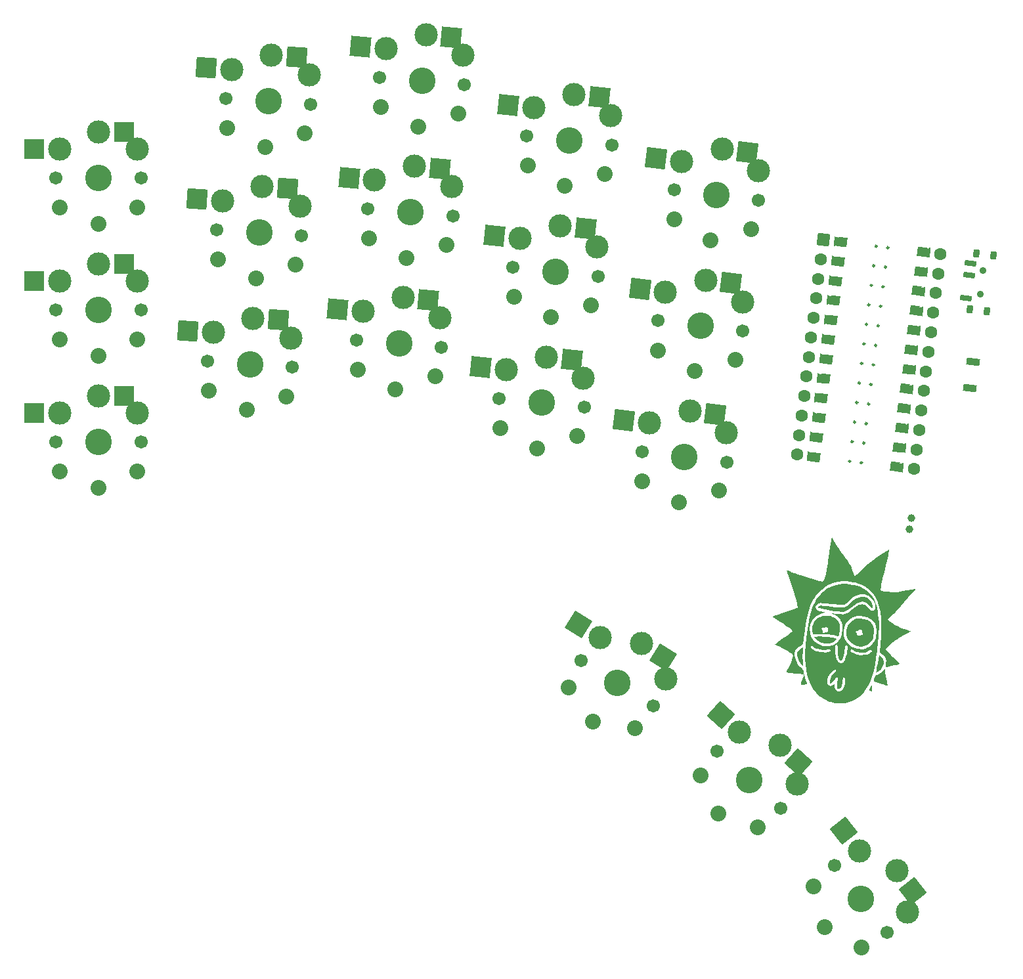
<source format=gbr>
%TF.GenerationSoftware,KiCad,Pcbnew,(6.0.10)*%
%TF.CreationDate,2022-12-29T01:24:58+02:00*%
%TF.ProjectId,fudim,66756469-6d2e-46b6-9963-61645f706362,v1.0.0*%
%TF.SameCoordinates,Original*%
%TF.FileFunction,Soldermask,Top*%
%TF.FilePolarity,Negative*%
%FSLAX46Y46*%
G04 Gerber Fmt 4.6, Leading zero omitted, Abs format (unit mm)*
G04 Created by KiCad (PCBNEW (6.0.10)) date 2022-12-29 01:24:58*
%MOMM*%
%LPD*%
G01*
G04 APERTURE LIST*
G04 Aperture macros list*
%AMRotRect*
0 Rectangle, with rotation*
0 The origin of the aperture is its center*
0 $1 length*
0 $2 width*
0 $3 Rotation angle, in degrees counterclockwise*
0 Add horizontal line*
21,1,$1,$2,0,0,$3*%
%AMFreePoly0*
4,1,6,0.600000,0.200000,0.000000,-0.400000,-0.600000,0.200000,-0.600000,0.400000,0.600000,0.400000,0.600000,0.200000,0.600000,0.200000,$1*%
%AMFreePoly1*
4,1,6,0.600000,-0.250000,-0.600000,-0.250000,-0.600000,1.000000,0.000000,0.400000,0.600000,1.000000,0.600000,-0.250000,0.600000,-0.250000,$1*%
G04 Aperture macros list end*
%ADD10C,0.250000*%
%ADD11C,0.100000*%
%ADD12C,1.000000*%
%ADD13C,1.701800*%
%ADD14C,3.429000*%
%ADD15C,3.000000*%
%ADD16RotRect,2.600000X2.600000X318.000000*%
%ADD17C,2.032000*%
%ADD18RotRect,2.600000X2.600000X308.000000*%
%ADD19FreePoly0,83.000000*%
%ADD20FreePoly0,263.000000*%
%ADD21C,1.600000*%
%ADD22RotRect,1.600000X1.600000X263.000000*%
%ADD23FreePoly1,263.000000*%
%ADD24FreePoly1,83.000000*%
%ADD25RotRect,2.600000X2.600000X353.000000*%
%ADD26RotRect,2.600000X2.600000X354.000000*%
%ADD27RotRect,0.900000X1.700000X263.000000*%
%ADD28R,2.600000X2.600000*%
%ADD29RotRect,2.600000X2.600000X356.000000*%
%ADD30RotRect,2.600000X2.600000X355.000000*%
%ADD31RotRect,1.000000X0.800000X83.000000*%
%ADD32C,0.900000*%
%ADD33RotRect,0.700000X1.500000X83.000000*%
%ADD34RotRect,2.600000X2.600000X328.000000*%
G04 APERTURE END LIST*
D10*
%TO.C,MCU1*%
X117094608Y2356119D02*
G75*
G03*
X117094608Y2356119I-125000J0D01*
G01*
X115581967Y2541848D02*
G75*
G03*
X115581967Y2541848I-125000J0D01*
G01*
X118332800Y12440388D02*
G75*
G03*
X118332800Y12440388I-125000J0D01*
G01*
X117748805Y20189319D02*
G75*
G03*
X117748805Y20189319I-125001J0D01*
G01*
X115891516Y5062915D02*
G75*
G03*
X115891516Y5062915I-125000J0D01*
G01*
X115272419Y20781D02*
G75*
G03*
X115272419Y20781I-125000J0D01*
G01*
X116475511Y-2686015D02*
G75*
G03*
X116475511Y-2686015I-125000J0D01*
G01*
X119261445Y20003590D02*
G75*
G03*
X119261445Y20003590I-125000J0D01*
G01*
X118023252Y9919321D02*
G75*
G03*
X118023252Y9919321I-125000J0D01*
G01*
X116820160Y12626117D02*
G75*
G03*
X116820160Y12626117I-125000J0D01*
G01*
X117713705Y7398254D02*
G75*
G03*
X117713705Y7398254I-125001J0D01*
G01*
X118058352Y22710386D02*
G75*
G03*
X118058352Y22710386I-125000J0D01*
G01*
X118367901Y25231453D02*
G75*
G03*
X118367901Y25231453I-125000J0D01*
G01*
X114962872Y-2500286D02*
G75*
G03*
X114962872Y-2500286I-125001J0D01*
G01*
X117129708Y15147184D02*
G75*
G03*
X117129708Y15147184I-125000J0D01*
G01*
X116201065Y7583983D02*
G75*
G03*
X116201065Y7583983I-125001J0D01*
G01*
X119570993Y22524657D02*
G75*
G03*
X119570993Y22524657I-125000J0D01*
G01*
X119880541Y25045724D02*
G75*
G03*
X119880541Y25045724I-125000J0D01*
G01*
X116785060Y-164948D02*
G75*
G03*
X116785060Y-164948I-125000J0D01*
G01*
X116510612Y10105050D02*
G75*
G03*
X116510612Y10105050I-125000J0D01*
G01*
X118951897Y17482523D02*
G75*
G03*
X118951897Y17482523I-125001J0D01*
G01*
X117404156Y4877186D02*
G75*
G03*
X117404156Y4877186I-125000J0D01*
G01*
X117439257Y17668252D02*
G75*
G03*
X117439257Y17668252I-125001J0D01*
G01*
X118642348Y14961455D02*
G75*
G03*
X118642348Y14961455I-125000J0D01*
G01*
G36*
X112780803Y16177630D02*
G01*
X112656984Y15169203D01*
X111648557Y15293022D01*
X111772376Y16301449D01*
X112780803Y16177630D01*
G37*
D11*
X112780803Y16177630D02*
X112656984Y15169203D01*
X111648557Y15293022D01*
X111772376Y16301449D01*
X112780803Y16177630D01*
G36*
X114018996Y26261898D02*
G01*
X113895177Y25253472D01*
X112886750Y25377291D01*
X113010569Y26385718D01*
X114018996Y26261898D01*
G37*
X114018996Y26261898D02*
X113895177Y25253472D01*
X112886750Y25377291D01*
X113010569Y26385718D01*
X114018996Y26261898D01*
G36*
X122016210Y-310786D02*
G01*
X121892391Y-1319212D01*
X120883964Y-1195393D01*
X121007783Y-186966D01*
X122016210Y-310786D01*
G37*
X122016210Y-310786D02*
X121892391Y-1319212D01*
X120883964Y-1195393D01*
X121007783Y-186966D01*
X122016210Y-310786D01*
G36*
X123873499Y14815618D02*
G01*
X123749680Y13807191D01*
X122741253Y13931010D01*
X122865072Y14939437D01*
X123873499Y14815618D01*
G37*
X123873499Y14815618D02*
X123749680Y13807191D01*
X122741253Y13931010D01*
X122865072Y14939437D01*
X123873499Y14815618D01*
G36*
X111233063Y3572293D02*
G01*
X111109243Y2563867D01*
X110100817Y2687686D01*
X110224636Y3696113D01*
X111233063Y3572293D01*
G37*
X111233063Y3572293D02*
X111109243Y2563867D01*
X110100817Y2687686D01*
X110224636Y3696113D01*
X111233063Y3572293D01*
G36*
X124183047Y17336685D02*
G01*
X124059228Y16328258D01*
X123050801Y16452077D01*
X123174620Y17460504D01*
X124183047Y17336685D01*
G37*
X124183047Y17336685D02*
X124059228Y16328258D01*
X123050801Y16452077D01*
X123174620Y17460504D01*
X124183047Y17336685D01*
G36*
X112471255Y13656562D02*
G01*
X112347436Y12648135D01*
X111339009Y12771955D01*
X111462828Y13780382D01*
X112471255Y13656562D01*
G37*
X112471255Y13656562D02*
X112347436Y12648135D01*
X111339009Y12771955D01*
X111462828Y13780382D01*
X112471255Y13656562D01*
G36*
X122635307Y4731349D02*
G01*
X122511487Y3722922D01*
X121503060Y3846741D01*
X121626880Y4855168D01*
X122635307Y4731349D01*
G37*
X122635307Y4731349D02*
X122511487Y3722922D01*
X121503060Y3846741D01*
X121626880Y4855168D01*
X122635307Y4731349D01*
G36*
X122944855Y7252416D02*
G01*
X122821036Y6243989D01*
X121812609Y6367808D01*
X121936428Y7376235D01*
X122944855Y7252416D01*
G37*
X122944855Y7252416D02*
X122821036Y6243989D01*
X121812609Y6367808D01*
X121936428Y7376235D01*
X122944855Y7252416D01*
G36*
X124492595Y19857752D02*
G01*
X124368776Y18849325D01*
X123360349Y18973145D01*
X123484169Y19981571D01*
X124492595Y19857752D01*
G37*
X124492595Y19857752D02*
X124368776Y18849325D01*
X123360349Y18973145D01*
X123484169Y19981571D01*
X124492595Y19857752D01*
G36*
X110613966Y-1469841D02*
G01*
X110490147Y-2478268D01*
X109481720Y-2354449D01*
X109605540Y-1346022D01*
X110613966Y-1469841D01*
G37*
X110613966Y-1469841D02*
X110490147Y-2478268D01*
X109481720Y-2354449D01*
X109605540Y-1346022D01*
X110613966Y-1469841D01*
G36*
X113399900Y21219764D02*
G01*
X113276080Y20211337D01*
X112267653Y20335156D01*
X112391473Y21343583D01*
X113399900Y21219764D01*
G37*
X113399900Y21219764D02*
X113276080Y20211337D01*
X112267653Y20335156D01*
X112391473Y21343583D01*
X113399900Y21219764D01*
G36*
X123563951Y12294551D02*
G01*
X123440132Y11286124D01*
X122431705Y11409943D01*
X122555524Y12418370D01*
X123563951Y12294551D01*
G37*
X123563951Y12294551D02*
X123440132Y11286124D01*
X122431705Y11409943D01*
X122555524Y12418370D01*
X123563951Y12294551D01*
G36*
X112161707Y11135495D02*
G01*
X112037888Y10127068D01*
X111029461Y10250887D01*
X111153280Y11259314D01*
X112161707Y11135495D01*
G37*
X112161707Y11135495D02*
X112037888Y10127068D01*
X111029461Y10250887D01*
X111153280Y11259314D01*
X112161707Y11135495D01*
G36*
X113090352Y18698697D02*
G01*
X112966532Y17690270D01*
X111958105Y17814089D01*
X112081925Y18822516D01*
X113090352Y18698697D01*
G37*
X113090352Y18698697D02*
X112966532Y17690270D01*
X111958105Y17814089D01*
X112081925Y18822516D01*
X113090352Y18698697D01*
G36*
X113709448Y23740831D02*
G01*
X113585629Y22732404D01*
X112577202Y22856224D01*
X112701021Y23864650D01*
X113709448Y23740831D01*
G37*
X113709448Y23740831D02*
X113585629Y22732404D01*
X112577202Y22856224D01*
X112701021Y23864650D01*
X113709448Y23740831D01*
G36*
X110923515Y1051226D02*
G01*
X110799695Y42799D01*
X109791268Y166619D01*
X109915088Y1175045D01*
X110923515Y1051226D01*
G37*
X110923515Y1051226D02*
X110799695Y42799D01*
X109791268Y166619D01*
X109915088Y1175045D01*
X110923515Y1051226D01*
G36*
X125111692Y24899887D02*
G01*
X124987872Y23891460D01*
X123979446Y24015279D01*
X124103265Y25023706D01*
X125111692Y24899887D01*
G37*
X125111692Y24899887D02*
X124987872Y23891460D01*
X123979446Y24015279D01*
X124103265Y25023706D01*
X125111692Y24899887D01*
G36*
X124802144Y22378819D02*
G01*
X124678324Y21370393D01*
X123669897Y21494212D01*
X123793717Y22502639D01*
X124802144Y22378819D01*
G37*
X124802144Y22378819D02*
X124678324Y21370393D01*
X123669897Y21494212D01*
X123793717Y22502639D01*
X124802144Y22378819D01*
G36*
X111852159Y8614428D02*
G01*
X111728340Y7606001D01*
X110719913Y7729820D01*
X110843732Y8738247D01*
X111852159Y8614428D01*
G37*
X111852159Y8614428D02*
X111728340Y7606001D01*
X110719913Y7729820D01*
X110843732Y8738247D01*
X111852159Y8614428D01*
G36*
X122325759Y2210282D02*
G01*
X122201939Y1201855D01*
X121193512Y1325674D01*
X121317332Y2334101D01*
X122325759Y2210282D01*
G37*
X122325759Y2210282D02*
X122201939Y1201855D01*
X121193512Y1325674D01*
X121317332Y2334101D01*
X122325759Y2210282D01*
G36*
X121706662Y-2831853D02*
G01*
X121582843Y-3840280D01*
X120574416Y-3716460D01*
X120698235Y-2708034D01*
X121706662Y-2831853D01*
G37*
X121706662Y-2831853D02*
X121582843Y-3840280D01*
X120574416Y-3716460D01*
X120698235Y-2708034D01*
X121706662Y-2831853D01*
G36*
X123254403Y9773483D02*
G01*
X123130584Y8765056D01*
X122122157Y8888876D01*
X122245976Y9897303D01*
X123254403Y9773483D01*
G37*
X123254403Y9773483D02*
X123130584Y8765056D01*
X122122157Y8888876D01*
X122245976Y9897303D01*
X123254403Y9773483D01*
G36*
X111542611Y6093361D02*
G01*
X111418792Y5084934D01*
X110410365Y5208753D01*
X110534184Y6217180D01*
X111542611Y6093361D01*
G37*
X111542611Y6093361D02*
X111418792Y5084934D01*
X110410365Y5208753D01*
X110534184Y6217180D01*
X111542611Y6093361D01*
%TO.C,*%
G36*
X108818143Y-26596330D02*
G01*
X108819376Y-26734054D01*
X108809200Y-26904954D01*
X108795420Y-27159335D01*
X108788448Y-27491698D01*
X108788269Y-27864772D01*
X108794869Y-28241286D01*
X108808231Y-28583969D01*
X108809912Y-28614476D01*
X108807705Y-28763647D01*
X108785643Y-28849171D01*
X108771916Y-28857430D01*
X108710060Y-28813503D01*
X108603085Y-28704327D01*
X108502529Y-28587584D01*
X108281668Y-28251467D01*
X108133611Y-27884290D01*
X108070461Y-27520446D01*
X108072982Y-27366813D01*
X108095668Y-27178234D01*
X108125081Y-27029455D01*
X108141037Y-26982154D01*
X108205936Y-26914341D01*
X108334646Y-26815012D01*
X108493421Y-26706552D01*
X108648514Y-26611336D01*
X108766179Y-26551745D01*
X108804223Y-26542345D01*
X108818143Y-26596330D01*
G37*
G36*
X117709126Y-31377768D02*
G01*
X117720764Y-31484280D01*
X117724115Y-31647747D01*
X117720436Y-31833624D01*
X117710982Y-32007366D01*
X117697010Y-32134428D01*
X117679952Y-32180320D01*
X117610271Y-32150506D01*
X117495385Y-32095039D01*
X117403111Y-32041366D01*
X117363014Y-31981217D01*
X117376484Y-31889069D01*
X117444911Y-31739401D01*
X117522729Y-31593251D01*
X117618641Y-31434370D01*
X117684245Y-31364060D01*
X117709126Y-31377768D01*
G37*
G36*
X118740250Y-27559126D02*
G01*
X118845144Y-27641057D01*
X118968181Y-27762528D01*
X119083453Y-27897387D01*
X119165048Y-28019486D01*
X119177380Y-28045505D01*
X119239705Y-28334984D01*
X119213646Y-28654793D01*
X119110628Y-28977221D01*
X118942072Y-29274559D01*
X118719401Y-29519097D01*
X118513290Y-29656459D01*
X118350601Y-29728161D01*
X118269857Y-29730166D01*
X118254964Y-29653755D01*
X118279746Y-29529901D01*
X118308835Y-29398549D01*
X118353536Y-29179699D01*
X118408674Y-28899416D01*
X118469077Y-28583769D01*
X118496433Y-28438021D01*
X118553928Y-28134998D01*
X118605115Y-27875043D01*
X118645950Y-27677948D01*
X118672384Y-27563507D01*
X118679407Y-27542887D01*
X118740250Y-27559126D01*
G37*
G36*
X111151232Y-25111991D02*
G01*
X111542912Y-25121418D01*
X111844096Y-25139305D01*
X112156970Y-25172573D01*
X112460688Y-25217220D01*
X112734405Y-25269242D01*
X112957272Y-25324636D01*
X113108445Y-25379398D01*
X113167076Y-25429526D01*
X113167135Y-25433327D01*
X113122294Y-25499422D01*
X113011116Y-25609424D01*
X112883349Y-25718411D01*
X112533862Y-25927866D01*
X112142964Y-26033810D01*
X111723548Y-26034612D01*
X111288502Y-25928651D01*
X111270067Y-25921835D01*
X111026163Y-25811961D01*
X110786147Y-25672297D01*
X110571867Y-25519493D01*
X110405174Y-25370196D01*
X110307916Y-25241054D01*
X110292195Y-25176722D01*
X110347154Y-25143048D01*
X110506876Y-25121113D01*
X110774016Y-25110800D01*
X111151232Y-25111991D01*
G37*
G36*
X109330690Y-29949377D02*
G01*
X109222833Y-29364294D01*
X109152972Y-28686303D01*
X109121071Y-27931510D01*
X109127094Y-27116015D01*
X109165876Y-26356398D01*
X109824986Y-26356398D01*
X109825727Y-26482218D01*
X109920855Y-26624116D01*
X110093053Y-26768977D01*
X110325009Y-26903683D01*
X110599405Y-27015121D01*
X110753308Y-27059566D01*
X111064610Y-27117607D01*
X111401695Y-27149011D01*
X111725963Y-27152615D01*
X111998811Y-27127258D01*
X112113114Y-27100501D01*
X112309108Y-27010086D01*
X112402381Y-26911509D01*
X112397945Y-26825689D01*
X112300815Y-26773543D01*
X112116003Y-26775992D01*
X112039114Y-26791735D01*
X111736469Y-26830986D01*
X111386192Y-26821781D01*
X111021122Y-26770384D01*
X110674099Y-26683056D01*
X110648912Y-26673105D01*
X112967841Y-26673105D01*
X112990161Y-27198065D01*
X113053865Y-27651325D01*
X113156223Y-28022984D01*
X113294499Y-28303143D01*
X113465964Y-28481901D01*
X113467292Y-28482783D01*
X113647854Y-28574712D01*
X113802716Y-28575956D01*
X113961949Y-28497094D01*
X114109331Y-28342768D01*
X114245800Y-28086414D01*
X114366388Y-27741309D01*
X114466130Y-27320724D01*
X114517512Y-27012570D01*
X114529618Y-26922083D01*
X114969397Y-26922083D01*
X115023831Y-27040319D01*
X115192410Y-27172805D01*
X115288701Y-27228185D01*
X115772153Y-27425768D01*
X116274115Y-27510202D01*
X116786430Y-27480562D01*
X117031866Y-27426028D01*
X117270674Y-27339692D01*
X117475492Y-27228305D01*
X117624017Y-27107954D01*
X117693950Y-26994721D01*
X117693418Y-26948852D01*
X117625330Y-26861288D01*
X117494919Y-26865358D01*
X117303529Y-26957964D01*
X117057061Y-27084393D01*
X116808270Y-27154585D01*
X116520267Y-27175158D01*
X116196404Y-27156660D01*
X115925402Y-27124893D01*
X115727609Y-27082276D01*
X115560783Y-27016705D01*
X115405226Y-26929901D01*
X115229955Y-26830399D01*
X115120362Y-26790947D01*
X115048993Y-26803361D01*
X115028854Y-26817693D01*
X114969397Y-26922083D01*
X114529618Y-26922083D01*
X114534706Y-26884052D01*
X114555481Y-26728759D01*
X114573731Y-26536524D01*
X114572328Y-26413695D01*
X114551333Y-26338101D01*
X114519522Y-26295789D01*
X114429144Y-26239063D01*
X114339524Y-26273300D01*
X114285745Y-26344936D01*
X114245618Y-26486786D01*
X114214227Y-26718507D01*
X114205773Y-26808555D01*
X114158059Y-27192558D01*
X114088104Y-27539865D01*
X114001476Y-27834628D01*
X113903739Y-28061001D01*
X113800459Y-28203139D01*
X113701047Y-28245613D01*
X113595134Y-28181394D01*
X113498645Y-28019811D01*
X113416367Y-27778867D01*
X113353082Y-27476561D01*
X113313576Y-27130891D01*
X113302633Y-26759856D01*
X113302812Y-26747478D01*
X113297397Y-26441236D01*
X113267785Y-26241713D01*
X113211245Y-26142185D01*
X113125039Y-26135928D01*
X113067081Y-26167649D01*
X113014495Y-26223076D01*
X112984033Y-26316981D01*
X112970333Y-26476680D01*
X112967841Y-26673105D01*
X110648912Y-26673105D01*
X110377960Y-26566058D01*
X110177807Y-26436825D01*
X110013255Y-26321888D01*
X109889821Y-26299403D01*
X109824986Y-26356398D01*
X109165876Y-26356398D01*
X109168807Y-26298990D01*
X109171006Y-26255924D01*
X109252771Y-25367337D01*
X109342498Y-24666914D01*
X109421125Y-24157972D01*
X109700345Y-24157972D01*
X109739536Y-24658565D01*
X109880992Y-25108347D01*
X110121259Y-25502904D01*
X110456880Y-25837821D01*
X110884400Y-26108682D01*
X111381382Y-26305360D01*
X111789761Y-26372137D01*
X112227150Y-26339367D01*
X112463524Y-26271442D01*
X112631492Y-26223175D01*
X113037418Y-26002614D01*
X113383694Y-25688984D01*
X113657080Y-25294935D01*
X113707949Y-25194900D01*
X113780686Y-25027685D01*
X113830415Y-24865972D01*
X113860996Y-24692208D01*
X114076383Y-24692208D01*
X114077983Y-24886027D01*
X114105400Y-25053149D01*
X114163883Y-25237442D01*
X114205383Y-25347076D01*
X114427320Y-25767869D01*
X114732058Y-26123832D01*
X115102605Y-26407014D01*
X115521971Y-26609473D01*
X115973159Y-26723259D01*
X116439179Y-26740426D01*
X116903038Y-26653029D01*
X116958865Y-26634754D01*
X117348491Y-26440388D01*
X117694793Y-26141862D01*
X117992183Y-25744131D01*
X118023934Y-25690635D01*
X118122175Y-25511112D01*
X118188199Y-25354631D01*
X118232371Y-25184106D01*
X118265054Y-24962452D01*
X118287604Y-24747156D01*
X118307689Y-24231477D01*
X118256714Y-23799784D01*
X118130838Y-23442190D01*
X117926220Y-23148813D01*
X117639020Y-22909768D01*
X117553022Y-22856848D01*
X117121464Y-22639864D01*
X116710594Y-22509827D01*
X116280877Y-22455174D01*
X116168131Y-22451961D01*
X115928217Y-22456896D01*
X115731769Y-22485679D01*
X115530619Y-22549464D01*
X115281051Y-22657348D01*
X114874379Y-22884794D01*
X114562466Y-23155357D01*
X114335899Y-23483091D01*
X114185268Y-23882054D01*
X114101158Y-24366300D01*
X114095347Y-24427822D01*
X114076383Y-24692208D01*
X113860996Y-24692208D01*
X113863816Y-24676185D01*
X113887569Y-24424754D01*
X113888527Y-24409727D01*
X113900021Y-24229415D01*
X113914359Y-23939763D01*
X113915135Y-23730255D01*
X113898038Y-23565948D01*
X113858758Y-23411904D01*
X113792985Y-23233179D01*
X113770063Y-23176007D01*
X113665547Y-22949044D01*
X113545478Y-22769905D01*
X113387876Y-22618630D01*
X113170757Y-22475259D01*
X112872142Y-22319833D01*
X112777109Y-22274354D01*
X112443239Y-22116439D01*
X113247411Y-22197562D01*
X113660508Y-22233180D01*
X113971478Y-22245805D01*
X114191286Y-22235668D01*
X114280939Y-22219552D01*
X114439184Y-22149762D01*
X114668861Y-22006554D01*
X114958884Y-21797262D01*
X115179646Y-21625151D01*
X115527319Y-21357590D01*
X115812640Y-21165217D01*
X116053560Y-21040265D01*
X116268031Y-20974967D01*
X116474002Y-20961556D01*
X116657815Y-20985556D01*
X116805861Y-21027153D01*
X116933503Y-21098413D01*
X117071559Y-21221264D01*
X117227201Y-21390670D01*
X117399293Y-21576519D01*
X117529115Y-21687955D01*
X117642521Y-21743777D01*
X117736204Y-21760805D01*
X117914998Y-21748389D01*
X118033897Y-21664312D01*
X118104814Y-21494160D01*
X118135757Y-21277381D01*
X118109361Y-20913322D01*
X117975455Y-20562545D01*
X117741985Y-20237529D01*
X117416894Y-19950757D01*
X117205732Y-19816019D01*
X116990752Y-19709781D01*
X116790648Y-19656846D01*
X116552113Y-19639713D01*
X116243050Y-19652556D01*
X115959226Y-19711771D01*
X115679574Y-19827262D01*
X115383023Y-20008926D01*
X115048502Y-20266663D01*
X114842028Y-20443266D01*
X114583874Y-20666766D01*
X114391265Y-20823768D01*
X114245413Y-20926623D01*
X114127525Y-20987680D01*
X114018811Y-21019292D01*
X113950521Y-21029224D01*
X113820093Y-21030856D01*
X113595118Y-21020137D01*
X113295664Y-20998597D01*
X112941799Y-20967772D01*
X112553592Y-20929191D01*
X112346257Y-20906734D01*
X111913295Y-20859165D01*
X111579057Y-20824729D01*
X111327640Y-20802784D01*
X111143138Y-20792690D01*
X111009645Y-20793810D01*
X110911258Y-20805503D01*
X110832070Y-20827131D01*
X110788319Y-20844122D01*
X110567789Y-20980103D01*
X110441650Y-21151291D01*
X110412917Y-21337778D01*
X110484606Y-21519655D01*
X110659735Y-21677015D01*
X110661907Y-21678330D01*
X110807470Y-21744764D01*
X111027882Y-21820633D01*
X111284681Y-21893255D01*
X111393815Y-21919664D01*
X111928231Y-22041883D01*
X111623547Y-22060507D01*
X111320025Y-22117072D01*
X110983268Y-22240403D01*
X110651178Y-22411245D01*
X110361654Y-22610342D01*
X110166357Y-22800806D01*
X109924323Y-23171374D01*
X109773515Y-23576027D01*
X109705277Y-24039977D01*
X109700345Y-24157972D01*
X109421125Y-24157972D01*
X109442901Y-24017022D01*
X109479366Y-23780992D01*
X109621013Y-23000348D01*
X109771413Y-22314808D01*
X109934541Y-21714200D01*
X110114369Y-21188350D01*
X110314873Y-20727084D01*
X110540028Y-20320230D01*
X110793805Y-19957612D01*
X111080179Y-19629058D01*
X111403125Y-19324394D01*
X111442652Y-19290544D01*
X111703606Y-19076280D01*
X111919762Y-18920405D01*
X112128580Y-18800296D01*
X112367522Y-18693324D01*
X112545957Y-18624152D01*
X113028282Y-18465543D01*
X113482392Y-18368230D01*
X113948171Y-18327166D01*
X114465500Y-18337307D01*
X114684721Y-18353609D01*
X115423720Y-18463365D01*
X116084784Y-18658301D01*
X116667922Y-18938425D01*
X117173147Y-19303743D01*
X117600469Y-19754267D01*
X117949899Y-20290003D01*
X118221449Y-20910961D01*
X118293307Y-21132363D01*
X118372631Y-21449997D01*
X118449033Y-21853459D01*
X118518213Y-22313133D01*
X118575873Y-22799401D01*
X118617715Y-23282644D01*
X118627090Y-23432312D01*
X118630887Y-23702869D01*
X118618328Y-24086799D01*
X118589467Y-24583190D01*
X118544353Y-25191133D01*
X118490584Y-25825202D01*
X118382152Y-26902596D01*
X118256472Y-27872848D01*
X118111053Y-28743324D01*
X117943400Y-29521390D01*
X117751023Y-30214413D01*
X117531427Y-30829756D01*
X117282122Y-31374787D01*
X117000616Y-31856871D01*
X116684413Y-32283375D01*
X116331023Y-32661665D01*
X116110138Y-32860110D01*
X115600347Y-33229162D01*
X115062909Y-33493186D01*
X114475653Y-33662476D01*
X114321669Y-33690677D01*
X113893152Y-33729658D01*
X113409777Y-33722165D01*
X112916668Y-33672153D01*
X112458947Y-33583578D01*
X112192895Y-33504042D01*
X111584789Y-33226229D01*
X111033341Y-32850825D01*
X110542809Y-32383120D01*
X110117451Y-31828403D01*
X109761526Y-31191962D01*
X109658321Y-30931281D01*
X111948670Y-30931281D01*
X111980423Y-31162612D01*
X112064747Y-31340727D01*
X112196989Y-31452553D01*
X112372496Y-31485023D01*
X112586615Y-31425065D01*
X112685739Y-31369938D01*
X112890902Y-31240069D01*
X112877906Y-31388612D01*
X112898510Y-31628498D01*
X112988416Y-31860869D01*
X113128399Y-32056231D01*
X113299232Y-32185089D01*
X113419474Y-32219376D01*
X113546593Y-32193389D01*
X113707518Y-32114180D01*
X113768361Y-32073354D01*
X113978028Y-31854042D01*
X114139916Y-31549982D01*
X114242568Y-31186019D01*
X114268062Y-30989792D01*
X114271213Y-30709990D01*
X114232095Y-30507639D01*
X114154538Y-30395096D01*
X114078038Y-30376508D01*
X114028975Y-30397581D01*
X113993862Y-30463060D01*
X113966842Y-30594331D01*
X113942059Y-30812782D01*
X113933751Y-30903397D01*
X113903670Y-31178893D01*
X113865338Y-31374528D01*
X113809392Y-31525894D01*
X113736595Y-31653155D01*
X113619783Y-31805318D01*
X113514848Y-31869360D01*
X113444761Y-31873901D01*
X113335966Y-31842290D01*
X113266125Y-31760187D01*
X113232256Y-31612764D01*
X113231381Y-31385192D01*
X113260517Y-31062641D01*
X113268365Y-30996261D01*
X113300007Y-30726136D01*
X113315301Y-30549274D01*
X113312551Y-30444419D01*
X113290054Y-30390312D01*
X113246113Y-30365694D01*
X113217363Y-30358217D01*
X113123196Y-30363086D01*
X113032497Y-30439466D01*
X112944534Y-30566140D01*
X112765534Y-30824217D01*
X112596801Y-31014336D01*
X112452026Y-31122740D01*
X112371027Y-31142536D01*
X112308884Y-31120660D01*
X112282070Y-31050858D01*
X112283432Y-30905290D01*
X112289706Y-30825963D01*
X112349115Y-30558536D01*
X112470044Y-30275625D01*
X112631487Y-30014048D01*
X112812437Y-29810622D01*
X112910363Y-29738207D01*
X113056634Y-29623038D01*
X113090643Y-29511501D01*
X113025737Y-29406230D01*
X112936298Y-29392028D01*
X112798054Y-29453180D01*
X112631982Y-29573056D01*
X112459055Y-29735028D01*
X112300250Y-29922467D01*
X112215370Y-30048684D01*
X112061491Y-30361246D01*
X111974142Y-30659802D01*
X111948670Y-30931281D01*
X109658321Y-30931281D01*
X109576143Y-30723712D01*
X109479294Y-30479085D01*
X109330690Y-29949377D01*
G37*
G36*
X119381139Y-29328197D02*
G01*
X119391501Y-29388495D01*
X119441731Y-29783227D01*
X119502646Y-30191981D01*
X119568170Y-30577756D01*
X119632222Y-30903550D01*
X119661016Y-31029211D01*
X119762162Y-31441489D01*
X119636472Y-31427303D01*
X119521200Y-31401276D01*
X119336502Y-31346195D01*
X119121019Y-31273638D01*
X119107030Y-31268651D01*
X118828606Y-31166666D01*
X118520013Y-31050123D01*
X118302512Y-30965641D01*
X118098892Y-30882646D01*
X117983393Y-30823186D01*
X117936216Y-30769762D01*
X117937562Y-30704877D01*
X117952405Y-30656194D01*
X118039238Y-30402675D01*
X118103628Y-30238376D01*
X118158604Y-30142649D01*
X118217195Y-30094847D01*
X118292426Y-30074317D01*
X118322154Y-30070133D01*
X118555480Y-29997264D01*
X118810228Y-29849599D01*
X119049165Y-29651785D01*
X119185691Y-29498489D01*
X119294650Y-29360788D01*
X119353863Y-29307197D01*
X119381139Y-29328197D01*
G37*
G36*
X116730478Y-19995714D02*
G01*
X117065636Y-20105250D01*
X117279469Y-20245847D01*
X117569091Y-20542180D01*
X117748331Y-20845364D01*
X117814674Y-21151131D01*
X117814777Y-21154899D01*
X117803107Y-21331220D01*
X117753726Y-21408296D01*
X117661988Y-21385551D01*
X117523251Y-21262406D01*
X117383405Y-21101169D01*
X117116170Y-20834724D01*
X116830001Y-20671408D01*
X116520118Y-20611670D01*
X116181740Y-20655958D01*
X115810087Y-20804719D01*
X115400377Y-21058402D01*
X115064427Y-21318469D01*
X114826246Y-21507295D01*
X114595044Y-21674528D01*
X114397545Y-21801786D01*
X114262525Y-21869977D01*
X114068821Y-21908823D01*
X113788466Y-21917695D01*
X113415886Y-21896206D01*
X112945508Y-21843968D01*
X112371756Y-21760591D01*
X112130110Y-21721433D01*
X111638233Y-21633088D01*
X111258391Y-21549538D01*
X110987306Y-21469809D01*
X110821703Y-21392928D01*
X110758305Y-21317920D01*
X110757687Y-21313531D01*
X110769527Y-21231069D01*
X110832378Y-21174596D01*
X110958030Y-21143037D01*
X111158270Y-21135322D01*
X111444889Y-21150376D01*
X111829673Y-21187127D01*
X111972653Y-21202976D01*
X112545418Y-21266661D01*
X113017263Y-21314127D01*
X113401802Y-21343711D01*
X113712648Y-21353749D01*
X113963415Y-21342581D01*
X114167714Y-21308540D01*
X114339161Y-21249967D01*
X114491367Y-21165196D01*
X114637948Y-21052565D01*
X114792515Y-20910411D01*
X114853355Y-20851080D01*
X115134855Y-20584267D01*
X115369866Y-20388047D01*
X115585178Y-20243792D01*
X115807581Y-20132876D01*
X115985840Y-20063666D01*
X116362670Y-19980743D01*
X116730478Y-19995714D01*
G37*
G36*
X110110904Y-23614406D02*
G01*
X110255317Y-23251423D01*
X110453409Y-22968229D01*
X110728027Y-22737885D01*
X110975652Y-22594875D01*
X111182958Y-22495212D01*
X111349093Y-22438072D01*
X111521017Y-22413665D01*
X111745690Y-22412202D01*
X111838237Y-22415043D01*
X112132849Y-22434596D01*
X112365789Y-22476612D01*
X112590260Y-22551999D01*
X112670833Y-22585750D01*
X112969098Y-22726599D01*
X113180481Y-22860620D01*
X113329763Y-23010332D01*
X113441724Y-23198248D01*
X113502242Y-23341154D01*
X113566349Y-23523423D01*
X113601557Y-23682170D01*
X113611597Y-23856677D01*
X113600198Y-24086228D01*
X113587326Y-24237203D01*
X113559280Y-24496132D01*
X113526169Y-24728051D01*
X113493436Y-24897128D01*
X113480007Y-24943925D01*
X113426911Y-25051624D01*
X113348450Y-25078253D01*
X113240857Y-25057077D01*
X112803190Y-24948075D01*
X112438579Y-24871340D01*
X112110830Y-24821775D01*
X111783759Y-24794283D01*
X111421176Y-24783769D01*
X111295845Y-24783159D01*
X110989225Y-24784167D01*
X110705774Y-24787298D01*
X110475243Y-24792080D01*
X110327385Y-24798039D01*
X110318149Y-24798692D01*
X110173224Y-24796185D01*
X110086429Y-24769440D01*
X110080131Y-24761752D01*
X110061077Y-24679439D01*
X110038828Y-24519909D01*
X110022128Y-24359144D01*
X110013321Y-24110150D01*
X110017077Y-24079436D01*
X111216811Y-24079436D01*
X111244354Y-24166221D01*
X111286655Y-24226013D01*
X111351594Y-24346139D01*
X111358289Y-24435347D01*
X111359322Y-24538622D01*
X111386671Y-24595969D01*
X111456755Y-24655100D01*
X111560103Y-24634025D01*
X111577836Y-24626193D01*
X111742072Y-24583336D01*
X111851141Y-24578887D01*
X111934263Y-24577276D01*
X111980976Y-24537168D01*
X112006546Y-24431451D01*
X112022667Y-24274220D01*
X112034892Y-24092343D01*
X112022711Y-23993972D01*
X111974270Y-23947845D01*
X111890336Y-23925256D01*
X111746073Y-23918596D01*
X111653750Y-23945592D01*
X111540287Y-23971625D01*
X111463781Y-23958105D01*
X111327648Y-23962599D01*
X111266044Y-24002877D01*
X111216811Y-24079436D01*
X110017077Y-24079436D01*
X110029777Y-23975584D01*
X110041643Y-23878556D01*
X110110904Y-23614406D01*
G37*
G36*
X114673709Y-23574571D02*
G01*
X114936664Y-23257218D01*
X115292527Y-23005288D01*
X115361390Y-22969178D01*
X115536364Y-22883427D01*
X115671991Y-22829764D01*
X115801871Y-22803407D01*
X115959609Y-22799569D01*
X116178805Y-22813465D01*
X116351768Y-22828149D01*
X116629083Y-22854376D01*
X116826277Y-22882887D01*
X116978413Y-22923923D01*
X117120552Y-22987724D01*
X117287754Y-23084528D01*
X117340588Y-23116940D01*
X117541858Y-23247188D01*
X117672164Y-23356640D01*
X117761903Y-23479772D01*
X117841472Y-23651067D01*
X117866505Y-23713455D01*
X117930634Y-23887014D01*
X117968417Y-24034410D01*
X117983062Y-24190625D01*
X117977783Y-24390643D01*
X117955786Y-24669443D01*
X117955023Y-24678028D01*
X117926553Y-24962957D01*
X117895242Y-25166276D01*
X117852224Y-25321675D01*
X117788640Y-25462840D01*
X117714488Y-25592348D01*
X117437877Y-25951751D01*
X117106072Y-26212941D01*
X116729725Y-26372538D01*
X116319487Y-26427167D01*
X115886010Y-26373451D01*
X115576182Y-26270301D01*
X115141374Y-26038364D01*
X114806622Y-25749184D01*
X114572331Y-25403406D01*
X114438907Y-25001672D01*
X114406755Y-24544626D01*
X114407851Y-24527309D01*
X115646819Y-24527309D01*
X115690162Y-24603419D01*
X115753776Y-24724606D01*
X115788132Y-24850507D01*
X115833228Y-24973404D01*
X115940235Y-25021485D01*
X115978279Y-25025926D01*
X116126393Y-25010113D01*
X116221803Y-24960310D01*
X116342813Y-24896470D01*
X116410719Y-24889916D01*
X116523650Y-24857405D01*
X116574825Y-24766154D01*
X116543346Y-24661498D01*
X116524770Y-24642491D01*
X116461222Y-24533203D01*
X116435444Y-24396777D01*
X116420837Y-24281406D01*
X116361425Y-24233583D01*
X116228328Y-24223381D01*
X116073018Y-24241660D01*
X115965737Y-24288763D01*
X115959893Y-24294543D01*
X115848162Y-24363356D01*
X115783446Y-24379181D01*
X115666075Y-24428919D01*
X115646819Y-24527309D01*
X114407851Y-24527309D01*
X114414376Y-24424212D01*
X114415244Y-24419560D01*
X114500625Y-23962014D01*
X114673709Y-23574571D01*
G37*
G36*
X112669801Y-12440685D02*
G01*
X112718794Y-12550442D01*
X112831871Y-12786838D01*
X113004197Y-13091540D01*
X113222274Y-13443203D01*
X113472599Y-13820481D01*
X113741674Y-14202033D01*
X113890638Y-14403155D01*
X114253404Y-14890984D01*
X114548796Y-15305773D01*
X114785142Y-15661654D01*
X114970774Y-15972757D01*
X115114021Y-16253214D01*
X115223212Y-16517154D01*
X115306679Y-16778708D01*
X115319903Y-16827724D01*
X115382238Y-17026563D01*
X115448619Y-17178800D01*
X115504111Y-17250965D01*
X115601713Y-17236408D01*
X115742596Y-17126770D01*
X115779931Y-17088805D01*
X116300692Y-16571110D01*
X116889345Y-16048105D01*
X117556438Y-15511253D01*
X118312522Y-14952017D01*
X119062818Y-14432608D01*
X119885961Y-13877886D01*
X119882896Y-14132024D01*
X119873882Y-14278838D01*
X119848494Y-14470811D01*
X119804596Y-14717958D01*
X119740055Y-15030291D01*
X119652734Y-15417826D01*
X119540499Y-15890576D01*
X119401212Y-16458556D01*
X119301984Y-16856336D01*
X119199983Y-17268908D01*
X119103226Y-17670840D01*
X119016833Y-18040055D01*
X118945919Y-18354476D01*
X118895603Y-18592029D01*
X118877791Y-18686360D01*
X118801878Y-19127133D01*
X118962184Y-19209903D01*
X119092754Y-19250982D01*
X119317023Y-19292876D01*
X119613312Y-19332059D01*
X119870133Y-19357580D01*
X120185698Y-19381081D01*
X120468997Y-19391363D01*
X120743063Y-19386478D01*
X121030931Y-19364486D01*
X121355636Y-19323438D01*
X121740214Y-19261392D01*
X122207699Y-19176401D01*
X122361885Y-19147220D01*
X122663135Y-19092503D01*
X122927931Y-19049362D01*
X123133762Y-19021089D01*
X123258117Y-19010979D01*
X123280277Y-19012835D01*
X123304264Y-19051610D01*
X123248903Y-19139492D01*
X123109450Y-19285103D01*
X122971410Y-19426338D01*
X122783252Y-19628903D01*
X122569458Y-19866007D01*
X122354512Y-20110861D01*
X122349382Y-20116795D01*
X121856290Y-20684327D01*
X121429468Y-21168557D01*
X121062812Y-21576135D01*
X120750218Y-21913715D01*
X120485585Y-22187947D01*
X120262810Y-22405487D01*
X120177594Y-22483948D01*
X119750231Y-22869187D01*
X119862271Y-23011504D01*
X120056755Y-23205170D01*
X120339977Y-23415924D01*
X120689048Y-23631369D01*
X121081079Y-23839107D01*
X121493183Y-24026739D01*
X121902471Y-24181871D01*
X122176088Y-24264764D01*
X122397457Y-24325622D01*
X122571700Y-24377275D01*
X122672118Y-24411643D01*
X122685883Y-24419013D01*
X122648708Y-24454212D01*
X122531901Y-24524046D01*
X122360204Y-24613800D01*
X122349268Y-24619215D01*
X122040194Y-24783330D01*
X121673826Y-24995908D01*
X121284801Y-25235574D01*
X120907760Y-25480950D01*
X120577341Y-25710657D01*
X120558658Y-25724277D01*
X120369135Y-25871267D01*
X120160001Y-26046795D01*
X119950386Y-26233062D01*
X119759418Y-26412272D01*
X119606223Y-26566627D01*
X119509932Y-26678331D01*
X119486618Y-26721728D01*
X119523580Y-26780816D01*
X119628261Y-26905067D01*
X119785754Y-27079000D01*
X119981153Y-27287142D01*
X120199548Y-27514016D01*
X120426033Y-27744144D01*
X120645701Y-27962049D01*
X120843643Y-28152258D01*
X121004952Y-28299289D01*
X121012445Y-28305799D01*
X121171547Y-28447926D01*
X121289335Y-28561463D01*
X121344459Y-28625620D01*
X121346085Y-28630727D01*
X121291559Y-28655949D01*
X121139178Y-28701047D01*
X120904099Y-28762261D01*
X120601477Y-28835836D01*
X120246469Y-28918013D01*
X119854229Y-29005034D01*
X119717607Y-29034516D01*
X119480087Y-29085405D01*
X119525182Y-28584555D01*
X119544459Y-28333779D01*
X119544688Y-28161544D01*
X119521055Y-28031818D01*
X119468743Y-27908565D01*
X119423942Y-27826858D01*
X119289851Y-27642315D01*
X119108534Y-27453858D01*
X119000848Y-27364062D01*
X118724092Y-27158112D01*
X118837479Y-26091670D01*
X118912526Y-25194446D01*
X118946045Y-24320095D01*
X118938961Y-23482496D01*
X118892197Y-22695531D01*
X118806678Y-21973077D01*
X118683327Y-21329016D01*
X118523070Y-20777227D01*
X118475174Y-20649841D01*
X118178014Y-20030939D01*
X117809961Y-19499536D01*
X117363488Y-19047881D01*
X116831065Y-18668218D01*
X116272670Y-18381886D01*
X116020223Y-18276597D01*
X115799213Y-18200565D01*
X115571260Y-18143931D01*
X115297981Y-18096839D01*
X115013456Y-18058467D01*
X114417899Y-18003119D01*
X113890960Y-17999818D01*
X113397445Y-18050095D01*
X112925933Y-18149287D01*
X112452874Y-18296453D01*
X112032441Y-18486694D01*
X111626297Y-18740112D01*
X111261090Y-19022353D01*
X110913899Y-19335314D01*
X110605011Y-19670712D01*
X110330678Y-20038218D01*
X110087152Y-20447506D01*
X109870686Y-20908249D01*
X109677531Y-21430118D01*
X109503939Y-22022787D01*
X109346164Y-22695928D01*
X109200455Y-23459212D01*
X109063067Y-24322314D01*
X108981157Y-24906313D01*
X108923173Y-25328960D01*
X108875728Y-25650588D01*
X108836046Y-25884858D01*
X108801352Y-26045436D01*
X108768869Y-26145986D01*
X108735819Y-26200170D01*
X108715108Y-26215836D01*
X108350982Y-26417057D01*
X108085055Y-26604359D01*
X107904057Y-26793894D01*
X107794717Y-27001814D01*
X107743767Y-27244275D01*
X107735733Y-27407979D01*
X107787780Y-27860450D01*
X107942336Y-28303808D01*
X108187367Y-28714470D01*
X108510838Y-29068855D01*
X108635863Y-29171814D01*
X108756311Y-29272949D01*
X108835527Y-29375288D01*
X108891349Y-29513436D01*
X108941611Y-29721999D01*
X108956262Y-29793485D01*
X109024803Y-30084200D01*
X109116316Y-30409165D01*
X109206022Y-30683575D01*
X109279757Y-30895144D01*
X109334396Y-31064850D01*
X109360746Y-31163689D01*
X109361786Y-31174927D01*
X109303686Y-31215295D01*
X109147473Y-31257899D01*
X108910320Y-31298779D01*
X108722793Y-31322339D01*
X108584030Y-31321507D01*
X108541853Y-31274873D01*
X108542050Y-31271708D01*
X108563769Y-31189476D01*
X108617069Y-31026594D01*
X108692771Y-30810430D01*
X108744125Y-30669256D01*
X108825780Y-30433162D01*
X108885418Y-30232075D01*
X108915238Y-30093996D01*
X108915711Y-30053505D01*
X108887927Y-30021525D01*
X108815048Y-29993302D01*
X108683016Y-29966571D01*
X108477773Y-29939063D01*
X108185262Y-29908513D01*
X107797010Y-29873145D01*
X107413422Y-29838603D01*
X107130395Y-29810072D01*
X106933352Y-29785044D01*
X106807717Y-29761005D01*
X106738910Y-29735447D01*
X106712355Y-29705861D01*
X106710550Y-29686070D01*
X106740786Y-29596518D01*
X106814689Y-29435524D01*
X106918671Y-29231907D01*
X106966472Y-29143470D01*
X107140377Y-28799379D01*
X107294841Y-28441974D01*
X107418571Y-28101411D01*
X107500274Y-27807848D01*
X107526240Y-27648504D01*
X107529735Y-27541714D01*
X107505913Y-27458945D01*
X107436543Y-27376822D01*
X107303394Y-27271975D01*
X107146095Y-27161162D01*
X106761928Y-26916519D01*
X106316320Y-26667964D01*
X105859223Y-26441935D01*
X105484131Y-26281492D01*
X105316514Y-26208673D01*
X105207085Y-26145822D01*
X105180303Y-26111357D01*
X105233505Y-26065195D01*
X105365483Y-25967744D01*
X105558747Y-25831459D01*
X105795809Y-25668794D01*
X105909792Y-25591867D01*
X106390150Y-25265618D01*
X106775900Y-24995258D01*
X107071488Y-24777366D01*
X107281358Y-24608520D01*
X107409957Y-24485296D01*
X107461731Y-24404274D01*
X107463094Y-24396199D01*
X107418584Y-24315184D01*
X107279747Y-24181459D01*
X107052573Y-23999462D01*
X106743053Y-23773629D01*
X106357182Y-23508394D01*
X105900949Y-23208195D01*
X105589196Y-23008876D01*
X104879128Y-22559374D01*
X105087065Y-22455972D01*
X105200655Y-22405540D01*
X105368461Y-22341299D01*
X105600015Y-22260075D01*
X105904843Y-22158694D01*
X106292474Y-22033983D01*
X106772437Y-21882769D01*
X107311548Y-21715099D01*
X107592948Y-21622810D01*
X107834156Y-21533972D01*
X108013641Y-21457245D01*
X108109867Y-21401291D01*
X108119067Y-21390309D01*
X108126129Y-21285427D01*
X108098476Y-21084434D01*
X108039731Y-20800122D01*
X107953515Y-20445283D01*
X107843454Y-20032709D01*
X107713170Y-19575190D01*
X107566288Y-19085520D01*
X107406428Y-18576489D01*
X107237218Y-18060890D01*
X107062277Y-17551515D01*
X106917707Y-17149112D01*
X106834520Y-16913322D01*
X106774216Y-16723943D01*
X106743290Y-16602713D01*
X106744513Y-16569412D01*
X106815245Y-16591813D01*
X106960986Y-16646632D01*
X107149413Y-16721693D01*
X107432077Y-16831196D01*
X107782162Y-16957827D01*
X108182829Y-17096308D01*
X108617239Y-17241365D01*
X109068551Y-17387721D01*
X109519928Y-17530099D01*
X109954529Y-17663223D01*
X110355515Y-17781818D01*
X110706046Y-17880605D01*
X110989284Y-17954311D01*
X111188387Y-17997658D01*
X111248626Y-18006088D01*
X111337358Y-17993390D01*
X111418239Y-17929649D01*
X111498695Y-17801362D01*
X111586151Y-17595025D01*
X111688033Y-17297135D01*
X111753082Y-17088812D01*
X111811367Y-16882538D01*
X111864134Y-16657900D01*
X111914289Y-16397495D01*
X111964738Y-16083921D01*
X112018389Y-15699774D01*
X112078149Y-15227650D01*
X112114730Y-14923707D01*
X112203263Y-14215886D01*
X112287326Y-13620817D01*
X112366823Y-13139034D01*
X112441659Y-12771067D01*
X112511738Y-12517448D01*
X112569565Y-12389024D01*
X112614539Y-12367880D01*
X112669801Y-12440685D01*
G37*
%TD*%
D12*
%TO.C,*%
X122769221Y-9801296D03*
X122586417Y-11290116D03*
%TD*%
D13*
%TO.C,S33*%
X105940406Y-47259332D03*
D14*
X101853109Y-43579114D03*
D15*
X108078073Y-44137974D03*
X105834436Y-39157402D03*
D13*
X97765812Y-39898896D03*
D15*
X100646625Y-37446668D03*
X105834436Y-39157402D03*
D16*
X108268235Y-41348805D03*
X98212825Y-35255265D03*
%TD*%
D13*
%TO.C,S30*%
X92195335Y32489956D03*
D14*
X97654339Y31819675D03*
D13*
X103113343Y31149394D03*
D17*
X92228505Y28657346D03*
X102153966Y27438653D03*
X96935310Y25963653D03*
X96935310Y25963653D03*
%TD*%
D13*
%TO.C,S16*%
X52735319Y30079550D03*
D14*
X58214390Y29600193D03*
D13*
X63693461Y29120836D03*
D17*
X62864172Y25378874D03*
X52902225Y26250432D03*
X57700171Y23722644D03*
X57700171Y23722644D03*
%TD*%
D14*
%TO.C,S22*%
X76914492Y21938628D03*
D13*
X82384362Y21363721D03*
X71444622Y22513535D03*
D17*
X71544674Y18682087D03*
X81489893Y17636802D03*
X76297774Y16070949D03*
X76297774Y16070949D03*
%TD*%
D15*
%TO.C,S35*%
X120943380Y-55305331D03*
X116131449Y-52719733D03*
D14*
X116254716Y-58968517D03*
D15*
X120943380Y-55305331D03*
X122288064Y-60599840D03*
D13*
X119640854Y-63302576D03*
X112868578Y-54634458D03*
D18*
X122959671Y-57886066D03*
X114115158Y-50138997D03*
%TD*%
D13*
%TO.C,S20*%
X80607378Y4456849D03*
D14*
X75137508Y5031756D03*
D13*
X69667638Y5606663D03*
D17*
X79712909Y729930D03*
X69767690Y1775215D03*
X74520790Y-835923D03*
X74520790Y-835923D03*
%TD*%
D19*
%TO.C,MCU1*%
X111343477Y10724146D03*
X110105285Y639877D03*
D20*
X122940387Y9300225D03*
D19*
X110414833Y3160944D03*
D21*
X125014682Y11604608D03*
D20*
X124178579Y19384494D03*
D21*
X111126471Y23546166D03*
X110507375Y18504031D03*
X126252874Y21688877D03*
X124705134Y9083541D03*
X125633778Y16646743D03*
X108959634Y5898695D03*
X108030990Y-1664506D03*
D20*
X124797675Y24426628D03*
D19*
X110724381Y5682012D03*
D20*
X123249935Y11821292D03*
D22*
X111436019Y26067233D03*
D20*
X121702194Y-784044D03*
D21*
X109269182Y8419763D03*
X125943326Y19167810D03*
X109578730Y10940830D03*
X126562422Y24209944D03*
D19*
X113200766Y25850549D03*
D21*
X123776489Y1520339D03*
X109888278Y13461897D03*
X111436019Y26067233D03*
D19*
X112891218Y23329482D03*
D20*
X123869031Y16863426D03*
D19*
X112272122Y18287348D03*
D20*
X122630838Y6779157D03*
D19*
X109795737Y-1881190D03*
D21*
X108650086Y3377628D03*
X108340538Y856561D03*
X125324230Y14125675D03*
X123466941Y-1000728D03*
X124086037Y4041407D03*
X124395585Y6562474D03*
D19*
X111653025Y13245213D03*
X111033929Y8203079D03*
D21*
X123157393Y-3521795D03*
D20*
X123559483Y14342359D03*
D19*
X112581670Y20808415D03*
D20*
X121392646Y-3305111D03*
X122321290Y4258090D03*
X124488127Y21905561D03*
D21*
X110816923Y21025099D03*
X110197827Y15982964D03*
D19*
X111962574Y15766281D03*
D20*
X122011742Y1737023D03*
D23*
X123789248Y24550447D03*
X123479700Y22029380D03*
X123170152Y19508313D03*
X122860604Y16987246D03*
X122551056Y14466178D03*
X122241508Y11945111D03*
X121931960Y9424044D03*
X121622412Y6902977D03*
X121312863Y4381909D03*
X121003315Y1860842D03*
X120693767Y-660225D03*
X120384219Y-3181292D03*
D24*
X110804164Y-2005009D03*
X111113712Y516058D03*
X111423260Y3037125D03*
X111732808Y5558192D03*
X112042356Y8079260D03*
X112351904Y10600327D03*
X112661452Y13121394D03*
X112971000Y15642461D03*
X113280549Y18163529D03*
X113590097Y20684596D03*
X113899645Y23205663D03*
X114209193Y25726730D03*
%TD*%
D15*
%TO.C,S27*%
X96307683Y20852040D03*
D13*
X90123556Y15616671D03*
D15*
X96307683Y20852040D03*
X91076839Y19277785D03*
D14*
X95582560Y14946390D03*
D13*
X101041564Y14276109D03*
D15*
X101002301Y18059091D03*
D25*
X99558271Y20452918D03*
X87826251Y19676907D03*
%TD*%
D15*
%TO.C,S23*%
X74110847Y43097599D03*
X79313419Y44762905D03*
D14*
X78691475Y38845500D03*
D15*
X79313419Y44762905D03*
D13*
X73221605Y39420407D03*
X84161345Y38270593D03*
D15*
X84056066Y42052315D03*
D26*
X82570479Y44420575D03*
X70853788Y43439930D03*
%TD*%
D14*
%TO.C,S18*%
X59696038Y46535503D03*
D13*
X54216967Y47014860D03*
X65175109Y46056146D03*
D17*
X64345820Y42314184D03*
X54383873Y43185742D03*
X59181819Y40657954D03*
X59181819Y40657954D03*
%TD*%
D13*
%TO.C,S32*%
X89556235Y-34008488D03*
D14*
X84891970Y-31093932D03*
D13*
X80227705Y-28179376D03*
D17*
X87118517Y-36966111D03*
X78638036Y-31666918D03*
X81765446Y-36097416D03*
X81765446Y-36097416D03*
%TD*%
D13*
%TO.C,S2*%
X23500000Y0D03*
D14*
X18000000Y0D03*
D13*
X12500000Y0D03*
D17*
X23000000Y-3800000D03*
X13000000Y-3800000D03*
X18000000Y-5900000D03*
X18000000Y-5900000D03*
%TD*%
D13*
%TO.C,S10*%
X44172462Y26574928D03*
D14*
X38685860Y26958589D03*
D13*
X33199258Y27342250D03*
D17*
X33432965Y23516628D03*
X43408606Y22819063D03*
X38274297Y21072961D03*
X38274297Y21072961D03*
%TD*%
D13*
%TO.C,S12*%
X34385118Y44300839D03*
D14*
X39871720Y43917178D03*
D13*
X45358322Y43533517D03*
D17*
X34618825Y40475217D03*
X44594466Y39777652D03*
X39460157Y38031550D03*
X39460157Y38031550D03*
%TD*%
D27*
%TO.C,*%
X130367032Y6947608D03*
X130781388Y10322264D03*
%TD*%
D14*
%TO.C,S6*%
X18000000Y34000000D03*
D13*
X23500000Y34000000D03*
X12500000Y34000000D03*
D17*
X13000000Y30200000D03*
X23000000Y30200000D03*
X18000000Y28100000D03*
X18000000Y28100000D03*
%TD*%
D13*
%TO.C,S14*%
X51253672Y13144240D03*
D14*
X56732743Y12664883D03*
D13*
X62211814Y12185526D03*
D17*
X61382525Y8443564D03*
X51420578Y9315122D03*
X56218524Y6787334D03*
X56218524Y6787334D03*
%TD*%
D14*
%TO.C,S29*%
X97654339Y31819675D03*
D13*
X103113343Y31149394D03*
D15*
X98379462Y37725325D03*
X98379462Y37725325D03*
X103074080Y34932376D03*
D13*
X92195335Y32489956D03*
D15*
X93148618Y36151070D03*
D25*
X101630050Y37326203D03*
X89898030Y36550192D03*
%TD*%
D15*
%TO.C,S5*%
X13000000Y37750000D03*
D13*
X12500000Y34000000D03*
D15*
X18000000Y39950000D03*
D14*
X18000000Y34000000D03*
D13*
X23500000Y34000000D03*
D15*
X23000000Y37750000D03*
X18000000Y39950000D03*
D28*
X21275000Y39950000D03*
X9725000Y37750000D03*
%TD*%
D15*
%TO.C,S9*%
X33959627Y31048237D03*
X43935267Y30350672D03*
X39100911Y32894095D03*
D13*
X44172462Y26574928D03*
D15*
X39100911Y32894095D03*
D13*
X33199258Y27342250D03*
D14*
X38685860Y26958589D03*
D29*
X42367933Y32665643D03*
X30692604Y31276689D03*
%TD*%
D14*
%TO.C,S24*%
X78691475Y38845500D03*
D13*
X84161345Y38270593D03*
X73221605Y39420407D03*
D17*
X73321657Y35588959D03*
X83266876Y34543674D03*
X78074757Y32977821D03*
X78074757Y32977821D03*
%TD*%
D15*
%TO.C,S1*%
X18000000Y5950000D03*
X23000000Y3750000D03*
D14*
X18000000Y0D03*
D13*
X23500000Y0D03*
D15*
X18000000Y5950000D03*
D13*
X12500000Y0D03*
D15*
X13000000Y3750000D03*
D28*
X21275000Y5950000D03*
X9725000Y3750000D03*
%TD*%
D13*
%TO.C,S11*%
X45358322Y43533517D03*
D15*
X40286771Y49852684D03*
X40286771Y49852684D03*
D14*
X39871720Y43917178D03*
D15*
X35145487Y48006826D03*
D13*
X34385118Y44300839D03*
D15*
X45121127Y47309261D03*
D29*
X43553793Y49624232D03*
X31878464Y48235278D03*
%TD*%
D14*
%TO.C,S28*%
X95582560Y14946390D03*
D13*
X101041564Y14276109D03*
X90123556Y15616671D03*
D17*
X90156726Y11784061D03*
X100082187Y10565368D03*
X94863531Y9090368D03*
X94863531Y9090368D03*
%TD*%
D15*
%TO.C,S17*%
X60214615Y52462861D03*
D13*
X54216967Y47014860D03*
D15*
X60214615Y52462861D03*
X55041899Y50707012D03*
X65003846Y49835454D03*
D13*
X65175109Y46056146D03*
D14*
X59696038Y46535503D03*
D30*
X63477152Y52177426D03*
X51779361Y50992447D03*
%TD*%
D13*
%TO.C,S34*%
X97765812Y-39898896D03*
X105940406Y-47259332D03*
D14*
X101853109Y-43579114D03*
D17*
X95594689Y-43057411D03*
X103026137Y-49748717D03*
X97905238Y-47963668D03*
X97905238Y-47963668D03*
%TD*%
D31*
%TO.C,*%
X132514887Y16809358D03*
D32*
X131685105Y19077389D03*
D31*
X131211006Y24324277D03*
X130321360Y17078690D03*
X133404533Y24054945D03*
D32*
X132050713Y22055027D03*
X132050713Y22055027D03*
X131685105Y19077389D03*
D33*
X129846822Y18547469D03*
X130212430Y21525108D03*
X130395234Y23013927D03*
%TD*%
D14*
%TO.C,S26*%
X93510781Y-1926894D03*
D13*
X88051777Y-1256613D03*
X98969785Y-2597175D03*
D17*
X98010408Y-6307916D03*
X88084947Y-5089223D03*
X92791752Y-7782916D03*
X92791752Y-7782916D03*
%TD*%
D13*
%TO.C,S31*%
X80227705Y-28179376D03*
D15*
X82638927Y-25264155D03*
X88044990Y-26048046D03*
D13*
X89556235Y-34008488D03*
D15*
X88044990Y-26048046D03*
D14*
X84891970Y-31093932D03*
D15*
X91119408Y-30563348D03*
D34*
X90822347Y-27783531D03*
X79861569Y-23528670D03*
%TD*%
D15*
%TO.C,S7*%
X37915051Y15935506D03*
D13*
X42986602Y9616339D03*
D15*
X42749407Y13392083D03*
X32773767Y14089648D03*
D13*
X32013398Y10383661D03*
D14*
X37500000Y10000000D03*
D15*
X37915051Y15935506D03*
D29*
X41182073Y15707054D03*
X29506744Y14318100D03*
%TD*%
D15*
%TO.C,S15*%
X58732967Y35527551D03*
D13*
X52735319Y30079550D03*
D15*
X53560251Y33771702D03*
D13*
X63693461Y29120836D03*
D14*
X58214390Y29600193D03*
D15*
X58732967Y35527551D03*
X63522198Y32900144D03*
D30*
X61995504Y35242116D03*
X50297713Y34057137D03*
%TD*%
D15*
%TO.C,S21*%
X72333864Y26190727D03*
D14*
X76914492Y21938628D03*
D15*
X77536436Y27856033D03*
X77536436Y27856033D03*
D13*
X82384362Y21363721D03*
X71444622Y22513535D03*
D15*
X82279083Y25145443D03*
D26*
X80793496Y27513703D03*
X69076805Y26533058D03*
%TD*%
D13*
%TO.C,S36*%
X119640854Y-63302576D03*
X112868578Y-54634458D03*
D14*
X116254716Y-58968517D03*
D17*
X116338583Y-65248084D03*
X110181968Y-57367977D03*
X111605453Y-62600920D03*
X111605453Y-62600920D03*
%TD*%
D13*
%TO.C,S8*%
X32013398Y10383661D03*
D14*
X37500000Y10000000D03*
D13*
X42986602Y9616339D03*
D17*
X32247105Y6558039D03*
X42222746Y5860474D03*
X37088437Y4114372D03*
X37088437Y4114372D03*
%TD*%
D14*
%TO.C,S3*%
X18000000Y17000000D03*
D15*
X13000000Y20750000D03*
X23000000Y20750000D03*
X18000000Y22950000D03*
D13*
X12500000Y17000000D03*
X23500000Y17000000D03*
D15*
X18000000Y22950000D03*
D28*
X21275000Y22950000D03*
X9725000Y20750000D03*
%TD*%
D15*
%TO.C,S13*%
X62040551Y15964834D03*
X57251320Y18592241D03*
X52078604Y16836392D03*
D13*
X62211814Y12185526D03*
X51253672Y13144240D03*
D15*
X57251320Y18592241D03*
D14*
X56732743Y12664883D03*
D30*
X60513857Y18306806D03*
X48816066Y17121827D03*
%TD*%
D13*
%TO.C,S19*%
X69667638Y5606663D03*
D15*
X70556880Y9283855D03*
X75759452Y10949161D03*
X80502099Y8238571D03*
D14*
X75137508Y5031756D03*
D15*
X75759452Y10949161D03*
D13*
X80607378Y4456849D03*
D26*
X79016512Y10606831D03*
X67299821Y9626186D03*
%TD*%
D15*
%TO.C,S25*%
X94235904Y3978756D03*
X94235904Y3978756D03*
X98930522Y1185807D03*
D13*
X98969785Y-2597175D03*
X88051777Y-1256613D03*
D14*
X93510781Y-1926894D03*
D15*
X89005060Y2404501D03*
D25*
X97486492Y3579634D03*
X85754472Y2803623D03*
%TD*%
D14*
%TO.C,S4*%
X18000000Y17000000D03*
D13*
X12500000Y17000000D03*
X23500000Y17000000D03*
D17*
X13000000Y13200000D03*
X23000000Y13200000D03*
X18000000Y11100000D03*
X18000000Y11100000D03*
%TD*%
M02*

</source>
